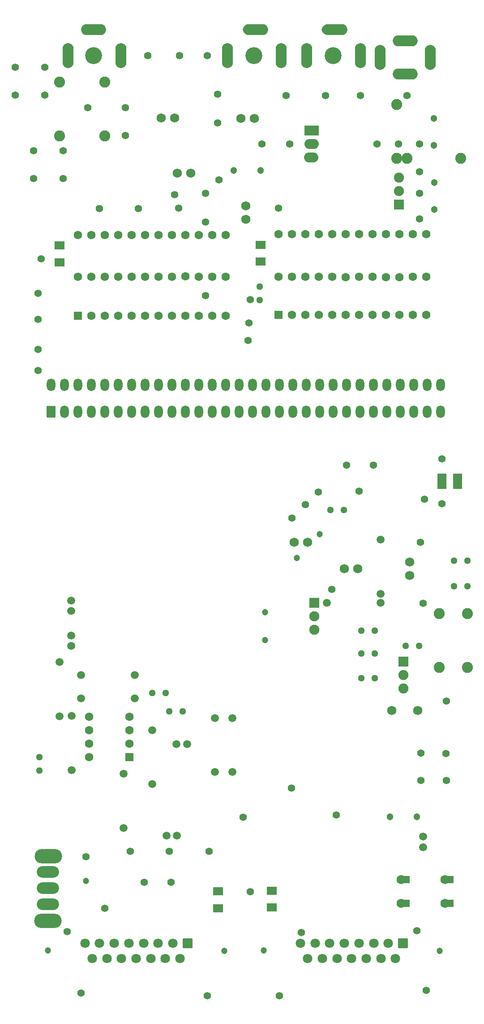
<source format=gts>
G04 Layer: TopSolderMaskLayer*
G04 EasyEDA v6.5.42, 2024-04-13 21:48:16*
G04 7b93da579f024c5689f0948710d994dc,a2f4cb7aa3704937908c5b59a0d1150c,10*
G04 Gerber Generator version 0.2*
G04 Scale: 100 percent, Rotated: No, Reflected: No *
G04 Dimensions in millimeters *
G04 leading zeros omitted , absolute positions ,4 integer and 5 decimal *
%FSLAX45Y45*%
%MOMM*%

%AMMACRO1*1,1,$1,$2,$3*1,1,$1,$4,$5*1,1,$1,0-$2,0-$3*1,1,$1,0-$4,0-$5*20,1,$1,$2,$3,$4,$5,0*20,1,$1,$4,$5,0-$2,0-$3,0*20,1,$1,0-$2,0-$3,0-$4,0-$5,0*20,1,$1,0-$4,0-$5,$2,$3,0*4,1,4,$2,$3,$4,$5,0-$2,0-$3,0-$4,0-$5,$2,$3,0*%
%ADD10C,1.5016*%
%ADD11C,1.2954*%
%ADD12C,2.0828*%
%ADD13C,1.7272*%
%ADD14C,1.3016*%
%ADD15C,1.5032*%
%ADD16O,1.62306X2.3622*%
%ADD17MACRO1,0.2032X-0.7099X1.016X0.7099X1.016*%
%ADD18C,1.2040*%
%ADD19C,1.2032*%
%ADD20C,1.8032*%
%ADD21MACRO1,0.2032X-0.8001X0.8001X0.8001X0.8001*%
%ADD22O,1.9015964X1.9015964*%
%ADD23MACRO1,0.1016X0.9X-0.9X-0.9X-0.9*%
%ADD24MACRO1,0.1016X-0.775X0.65X0.775X0.65*%
%ADD25MACRO1,0.2032X-0.6985X0.6985X0.6985X0.6985*%
%ADD26C,1.6002*%
%ADD27MACRO1,0.1016X0.8175X1.35X0.8175X-1.35*%
%ADD28MACRO1,0.1016X-0.8175X1.35X-0.8175X-1.35*%
%ADD29O,4.701590799999999X2.101596*%
%ADD30O,2.101596X4.701590799999999*%
%ADD31MACRO1,0.1016X-0.9X0.9X0.9X0.9*%
%ADD32C,1.9016*%
%ADD33C,3.2032*%
%ADD34O,1.6031971999999999X3.0031944*%
%ADD35O,1.6031971999999999X4.203192*%
%ADD36O,3.0031944X1.6031971999999999*%
%ADD37MACRO1,0.1016X-0.864X0.7425X0.864X0.7425*%
%ADD38MACRO1,0.1016X-0.864X-0.7425X0.864X-0.7425*%
%ADD39O,2.7015948X1.9015964*%
%ADD40MACRO1,0.1016X1.3X0.9X1.3X-0.9*%
%ADD41C,1.4040*%
%ADD42O,5.2040028X2.7040078*%
%ADD43O,4.2040048X2.2040088*%
%ADD44C,1.6016*%
%ADD45R,1.6016X1.6016*%
%ADD46O,4.203192X1.6031971999999999*%
%ADD47O,0.0112X1.6031971999999999*%

%LPD*%
D10*
G01*
X4965700Y-5551906D03*
G01*
X4965700Y-4531893D03*
D11*
G01*
X5486400Y3352800D03*
G01*
X5486400Y3606800D03*
D12*
G01*
X1701800Y7467600D03*
G01*
X1701800Y6451600D03*
G01*
X2552700Y7467600D03*
G01*
X2552700Y6451600D03*
D13*
G01*
X8318500Y-1587500D03*
G01*
X8318500Y-1841500D03*
G01*
X7086600Y-1714500D03*
G01*
X7340600Y-1714500D03*
G01*
X6134100Y-1219200D03*
G01*
X6388100Y-1219200D03*
D11*
G01*
X6819900Y-609600D03*
G01*
X7073900Y-609600D03*
G01*
X9410700Y-2044700D03*
G01*
X9156700Y-2044700D03*
D13*
G01*
X5219700Y5130800D03*
G01*
X5219700Y4876800D03*
D14*
G01*
X8788400Y5067300D03*
G01*
X8788400Y5575300D03*
D13*
G01*
X3619500Y6794500D03*
G01*
X3873500Y6794500D03*
D11*
G01*
X3454400Y-4064000D03*
G01*
X3708400Y-4064000D03*
G01*
X1320800Y-5524500D03*
G01*
X1320800Y-5270500D03*
G01*
X9410700Y-1562100D03*
G01*
X9156700Y-1562100D03*
G01*
X3771900Y-4406900D03*
G01*
X4025900Y-4406900D03*
D15*
G01*
X1917700Y-2512999D03*
G01*
X1917700Y-2313000D03*
G01*
X3913200Y-5029200D03*
G01*
X4113199Y-5029200D03*
G01*
X1917700Y-3173399D03*
G01*
X1917700Y-2973400D03*
G01*
X3722700Y-6756400D03*
G01*
X3922699Y-6756400D03*
D10*
G01*
X2908300Y-6606006D03*
G01*
X2908300Y-5585993D03*
G01*
X4635500Y-5551906D03*
G01*
X4635500Y-4531893D03*
G01*
X6754393Y-2362200D03*
G01*
X7774406Y-2362200D03*
G01*
X7772400Y-2186406D03*
G01*
X7772400Y-1166393D03*
G01*
X2106193Y-4165600D03*
G01*
X3126206Y-4165600D03*
G01*
X2106193Y-3721100D03*
G01*
X3126206Y-3721100D03*
G01*
X3454400Y-5780506D03*
G01*
X3454400Y-4760493D03*
G01*
X1701800Y-4497806D03*
G01*
X1701800Y-3477793D03*
G01*
X1930400Y-5513806D03*
G01*
X1930400Y-4493793D03*
D11*
G01*
X7404100Y-2882900D03*
G01*
X7658100Y-2882900D03*
D15*
G01*
X8572500Y-6770700D03*
G01*
X8572500Y-6970699D03*
D16*
G01*
X2044700Y1752600D03*
G01*
X2044700Y1244600D03*
G01*
X1790700Y1752600D03*
G01*
X2298700Y1752600D03*
G01*
X2552700Y1752600D03*
G01*
X1536700Y1752600D03*
D17*
G01*
X1536700Y1244600D03*
D16*
G01*
X1790700Y1244600D03*
G01*
X2298700Y1244600D03*
G01*
X2552700Y1244600D03*
G01*
X2806700Y1752600D03*
G01*
X2806700Y1244600D03*
G01*
X3568700Y1752600D03*
G01*
X3568700Y1244600D03*
G01*
X3314700Y1752600D03*
G01*
X3822700Y1752600D03*
G01*
X4076700Y1752600D03*
G01*
X3060700Y1752600D03*
G01*
X3060700Y1244600D03*
G01*
X3314700Y1244600D03*
G01*
X3822700Y1244600D03*
G01*
X4076700Y1244600D03*
G01*
X4330700Y1752600D03*
G01*
X4330700Y1244600D03*
G01*
X5092700Y1752600D03*
G01*
X5092700Y1244600D03*
G01*
X4838700Y1752600D03*
G01*
X5346700Y1752600D03*
G01*
X5600700Y1752600D03*
G01*
X4584700Y1752600D03*
G01*
X4584700Y1244600D03*
G01*
X4838700Y1244600D03*
G01*
X5346700Y1244600D03*
G01*
X5600700Y1244600D03*
G01*
X5854700Y1752600D03*
G01*
X5854700Y1244600D03*
G01*
X6616700Y1752600D03*
G01*
X6616700Y1244600D03*
G01*
X6362700Y1752600D03*
G01*
X6870700Y1752600D03*
G01*
X7124700Y1752600D03*
G01*
X6108700Y1752600D03*
G01*
X6108700Y1244600D03*
G01*
X6362700Y1244600D03*
G01*
X6870700Y1244600D03*
G01*
X7124700Y1244600D03*
G01*
X7378700Y1752600D03*
G01*
X7378700Y1244600D03*
G01*
X8140700Y1752600D03*
G01*
X8140700Y1244600D03*
G01*
X7886700Y1752600D03*
G01*
X8394700Y1752600D03*
G01*
X8648700Y1752600D03*
G01*
X7632700Y1752600D03*
G01*
X7632700Y1244600D03*
G01*
X7886700Y1244600D03*
G01*
X8394700Y1244600D03*
G01*
X8648700Y1244600D03*
G01*
X8902700Y1752600D03*
G01*
X8902700Y1244600D03*
D18*
G01*
X5559983Y-8924874D03*
D19*
G01*
X8889898Y-8925407D03*
D20*
G01*
X6256680Y-8786215D03*
G01*
X6533540Y-8786215D03*
G01*
X6810654Y-8786215D03*
G01*
X7087514Y-8786215D03*
G01*
X7364628Y-8786215D03*
G01*
X7641488Y-8786215D03*
G01*
X7918602Y-8786215D03*
D21*
G01*
X8193879Y-8782695D03*
D20*
G01*
X6393586Y-9070441D03*
G01*
X6670446Y-9070441D03*
G01*
X6947560Y-9070441D03*
G01*
X7224420Y-9070441D03*
G01*
X7501534Y-9070441D03*
G01*
X7778394Y-9070441D03*
G01*
X8055508Y-9070441D03*
D19*
G01*
X4814900Y-8925407D03*
G01*
X1484960Y-8924899D03*
D20*
G01*
X2181682Y-8786215D03*
G01*
X2458542Y-8786215D03*
G01*
X2735656Y-8786215D03*
G01*
X3012516Y-8786215D03*
G01*
X3289630Y-8786215D03*
G01*
X3566490Y-8786215D03*
G01*
X3843604Y-8786215D03*
D21*
G01*
X4118886Y-8782695D03*
D20*
G01*
X2318588Y-9070441D03*
G01*
X2595448Y-9070441D03*
G01*
X2872562Y-9070441D03*
G01*
X3149422Y-9070441D03*
G01*
X3426536Y-9070441D03*
G01*
X3703396Y-9070441D03*
G01*
X3980510Y-9070441D03*
D22*
G01*
X6515100Y-2870200D03*
G01*
X6515100Y-2616200D03*
D23*
G01*
X6515100Y-2362200D03*
D13*
G01*
X7985607Y-4394200D03*
G01*
X8473592Y-4394200D03*
D24*
G01*
X8233699Y-7585506D03*
G01*
X9063700Y-7585506D03*
G01*
X8233699Y-8035493D03*
G01*
X9063700Y-8035493D03*
D25*
G01*
X2044700Y3060700D03*
D26*
G01*
X2298700Y3060700D03*
G01*
X2552700Y3060700D03*
G01*
X2806700Y3060700D03*
G01*
X3060700Y3060700D03*
G01*
X3314700Y3060700D03*
G01*
X3568700Y3060700D03*
G01*
X3822700Y3060700D03*
G01*
X4076700Y3060700D03*
G01*
X4330700Y3060700D03*
G01*
X4584700Y3060700D03*
G01*
X4838700Y3060700D03*
G01*
X4838700Y4584700D03*
G01*
X4584700Y4584700D03*
G01*
X4330700Y4584700D03*
G01*
X4076700Y4584700D03*
G01*
X3822700Y4584700D03*
G01*
X3568700Y4584700D03*
G01*
X3314700Y4584700D03*
G01*
X3060700Y4584700D03*
G01*
X2806700Y4584700D03*
G01*
X2552700Y4584700D03*
G01*
X2298700Y4584700D03*
G01*
X2044700Y4584700D03*
D25*
G01*
X5842000Y3073400D03*
D26*
G01*
X6096000Y3073400D03*
G01*
X6350000Y3073400D03*
G01*
X6604000Y3073400D03*
G01*
X6858000Y3073400D03*
G01*
X7112000Y3073400D03*
G01*
X7366000Y3073400D03*
G01*
X7620000Y3073400D03*
G01*
X7874000Y3073400D03*
G01*
X8128000Y3073400D03*
G01*
X8382000Y3073400D03*
G01*
X8636000Y3073400D03*
G01*
X8636000Y4597400D03*
G01*
X8382000Y4597400D03*
G01*
X8128000Y4597400D03*
G01*
X7874000Y4597400D03*
G01*
X7620000Y4597400D03*
G01*
X7366000Y4597400D03*
G01*
X7112000Y4597400D03*
G01*
X6858000Y4597400D03*
G01*
X6604000Y4597400D03*
G01*
X6350000Y4597400D03*
G01*
X6096000Y4597400D03*
G01*
X5842000Y4597400D03*
D27*
G01*
X8928750Y-63500D03*
D28*
G01*
X9232249Y-63500D03*
D14*
G01*
X8458200Y-6400800D03*
G01*
X7950200Y-6400800D03*
D29*
G01*
X8235975Y7622489D03*
G01*
X8236000Y8252485D03*
D30*
G01*
X7765973Y7932496D03*
D31*
G01*
X8115300Y5156200D03*
D32*
G01*
X8115300Y5410200D03*
G01*
X8115300Y5664200D03*
D12*
G01*
X8267700Y6032500D03*
G01*
X9283700Y6032500D03*
G01*
X8077200Y7048500D03*
G01*
X8077200Y6032500D03*
D33*
G01*
X5376011Y7971002D03*
D34*
G01*
X4876012Y7971002D03*
D35*
G01*
X5896000Y7971002D03*
D36*
G01*
X5376011Y8458200D03*
D33*
G01*
X2345004Y7969986D03*
D34*
G01*
X1845005Y7969986D03*
G01*
X2864993Y7969986D03*
D36*
G01*
X2345004Y8457184D03*
D33*
G01*
X6874611Y7971002D03*
D34*
G01*
X6374612Y7971002D03*
G01*
X7394600Y7971002D03*
D36*
G01*
X6874611Y8458200D03*
D11*
G01*
X8242300Y-3175000D03*
G01*
X8496300Y-3175000D03*
G01*
X7404100Y-3784600D03*
G01*
X7658100Y-3784600D03*
G01*
X7658100Y-3314700D03*
G01*
X7404100Y-3314700D03*
D13*
G01*
X5384800Y6781800D03*
G01*
X5130800Y6781800D03*
D14*
G01*
X8775700Y6273800D03*
G01*
X8775700Y6781800D03*
D37*
G01*
X1701800Y4069849D03*
D38*
G01*
X1701800Y4388350D03*
D37*
G01*
X5499100Y4082549D03*
D38*
G01*
X5499100Y4401050D03*
D37*
G01*
X5715000Y-8109450D03*
D38*
G01*
X5715000Y-7790949D03*
D37*
G01*
X4699000Y-8122150D03*
D38*
G01*
X4699000Y-7803649D03*
D23*
G01*
X8204200Y-3467100D03*
D32*
G01*
X8204200Y-3721100D03*
G01*
X8204200Y-3975100D03*
D12*
G01*
X9410700Y-3581400D03*
G01*
X9410700Y-2565400D03*
G01*
X8877300Y-2565400D03*
G01*
X8877300Y-3581400D03*
D39*
G01*
X6464782Y6299200D03*
G01*
X6463791Y6045174D03*
D40*
G01*
X6464795Y6553212D03*
D13*
G01*
X3924300Y5753100D03*
G01*
X4178300Y5753100D03*
D14*
G01*
X5499100Y5803900D03*
G01*
X4991100Y5803900D03*
D30*
G01*
X8709990Y7934985D03*
D41*
G01*
X2197100Y-7150100D03*
G01*
X1846021Y-8564346D03*
G01*
X5842000Y5092700D03*
G01*
X2451100Y5080000D03*
G01*
X3949700Y5092700D03*
G01*
X3187700Y5080000D03*
G01*
X6273800Y-8585200D03*
G01*
X4529836Y-7048500D03*
G01*
X5308600Y-7810500D03*
G01*
X5172684Y-6405651D03*
G01*
X3778631Y-7048500D03*
G01*
X3040329Y-7048500D03*
G01*
X1357096Y4131538D03*
G01*
X1295400Y3483787D03*
G01*
X1295400Y2989148D03*
G01*
X1295400Y2421001D03*
G01*
X1295400Y2026640D03*
G01*
X6452285Y6299200D03*
G01*
X6051245Y6299200D03*
G01*
X5528386Y6299200D03*
G01*
X4687671Y6696786D03*
G01*
X4457700Y5374386D03*
G01*
X4716881Y5626100D03*
G01*
X3880027Y5344566D03*
G01*
X4457700Y4827346D03*
G01*
X4457700Y3441700D03*
G01*
X5283200Y2921000D03*
G01*
X8928760Y-492379D03*
G01*
X5268874Y2596311D03*
G01*
X5308600Y3365500D03*
G01*
X8928760Y354939D03*
D26*
G01*
X2044700Y3797300D03*
G01*
X2298700Y3797300D03*
G01*
X2552700Y3797300D03*
G01*
X2806700Y3797300D03*
G01*
X3060700Y3797300D03*
G01*
X3314700Y3798900D03*
G01*
X3568700Y3797300D03*
G01*
X3822700Y3793921D03*
G01*
X4076700Y3800678D03*
G01*
X4330700Y3797300D03*
G01*
X4584700Y3797300D03*
G01*
X4838700Y3797300D03*
G01*
X5842000Y3797300D03*
G01*
X6096000Y3794937D03*
G01*
X6350000Y3794937D03*
G01*
X6604000Y3797300D03*
G01*
X6858000Y3797300D03*
G01*
X7112000Y3791534D03*
G01*
X7366000Y3797300D03*
G01*
X8636000Y3797757D03*
G01*
X8382000Y3797757D03*
G01*
X8128000Y3788359D03*
G01*
X7874000Y3788359D03*
G01*
X7620000Y3793058D03*
D41*
G01*
X8458200Y-8547100D03*
D18*
G01*
X6184900Y-1511300D03*
G01*
X6616700Y-1066800D03*
G01*
X7073900Y-609600D03*
G01*
X2197100Y-7607300D03*
G01*
X5588000Y-2540000D03*
G01*
X5588000Y-3060700D03*
D41*
G01*
X7703515Y6299200D03*
G01*
X8108035Y6299200D03*
G01*
X8510015Y6299200D03*
G01*
X8510015Y5774258D03*
G01*
X8510015Y5374462D03*
G01*
X8510015Y4885258D03*
D42*
G01*
X1485011Y-8359978D03*
D43*
G01*
X1485011Y-8049996D03*
G01*
X1485011Y-7739989D03*
G01*
X1485011Y-7439990D03*
D42*
G01*
X1489989Y-7144994D03*
D41*
G01*
X3371138Y7971002D03*
G01*
X3972712Y7971002D03*
G01*
X4494098Y7971002D03*
G01*
X2946400Y6985000D03*
G01*
X2235200Y6985000D03*
G01*
X2946400Y6464300D03*
G01*
X1206500Y5651500D03*
G01*
X1765300Y5651500D03*
G01*
X1206500Y6172200D03*
G01*
X1765300Y6172200D03*
G01*
X863600Y7226300D03*
G01*
X1422400Y7226300D03*
G01*
X863600Y7747000D03*
G01*
X1422400Y7747000D03*
D13*
G01*
X8989974Y-8034985D03*
G01*
X8989974Y-7584998D03*
G01*
X8159978Y-7584998D03*
G01*
X8159978Y-8034985D03*
D41*
G01*
X8572500Y-2368880D03*
D44*
G01*
X2263724Y-4511624D03*
G01*
X2263724Y-4765624D03*
G01*
X2263724Y-5019624D03*
G01*
X2263724Y-5273624D03*
G01*
X3025724Y-4511624D03*
G01*
X3025724Y-4765624D03*
G01*
X3025724Y-5019624D03*
D45*
G01*
X3025724Y-5273624D03*
D41*
G01*
X8267700Y7213600D03*
G01*
X7391400Y7213600D03*
G01*
X6731000Y7213600D03*
G01*
X5981700Y7213600D03*
G01*
X4686300Y7239000D03*
D35*
G01*
X4876038Y7971028D03*
G01*
X2882900Y7974203D03*
G01*
X1866137Y7971028D03*
D46*
G01*
X2344927Y8449818D03*
G01*
X5375909Y8458200D03*
G01*
X6861809Y8458200D03*
D35*
G01*
X6374612Y7971002D03*
G01*
X7394702Y7971028D03*
D30*
G01*
X7394702Y7971028D03*
G01*
X6374612Y7971002D03*
G01*
X5896000Y7971002D03*
G01*
X4876012Y7971002D03*
G01*
X2864993Y7969986D03*
G01*
X1866137Y7971028D03*
D29*
G01*
X2345004Y8457184D03*
G01*
X5408802Y8458200D03*
G01*
X6907402Y8458200D03*
D41*
G01*
X6845300Y-2108200D03*
G01*
X8521700Y-1219200D03*
G01*
X8597900Y-406400D03*
G01*
X7124700Y241300D03*
G01*
X7632700Y241300D03*
G01*
X7366000Y-254000D03*
G01*
X6350000Y-508000D03*
G01*
X6096000Y-762000D03*
G01*
X6591300Y-266700D03*
G01*
X9017000Y-4216400D03*
G01*
X8534400Y-5194300D03*
G01*
X8534400Y-5715000D03*
G01*
X9004300Y-5207000D03*
G01*
X9017000Y-5715000D03*
G01*
X6934200Y-6362700D03*
G01*
X6083300Y-5854700D03*
G01*
X8636000Y-9677400D03*
G01*
X5854700Y-9779000D03*
G01*
X4495800Y-9779000D03*
G01*
X2108200Y-9728200D03*
G01*
X3302000Y-7632700D03*
G01*
X3810000Y-7632700D03*
G01*
X2552700Y-8128000D03*
M02*

</source>
